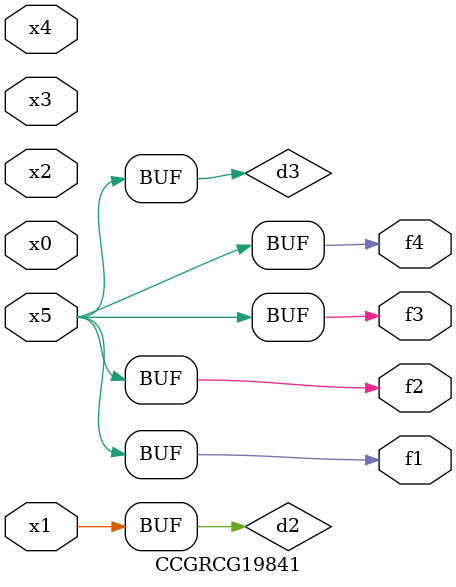
<source format=v>
module CCGRCG19841(
	input x0, x1, x2, x3, x4, x5,
	output f1, f2, f3, f4
);

	wire d1, d2, d3;

	not (d1, x5);
	or (d2, x1);
	xnor (d3, d1);
	assign f1 = d3;
	assign f2 = d3;
	assign f3 = d3;
	assign f4 = d3;
endmodule

</source>
